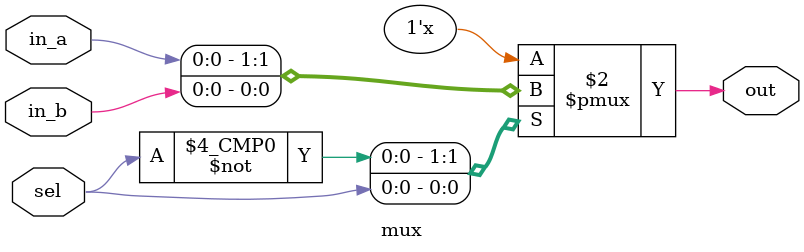
<source format=v>
module mux(in_a, in_b, sel, out);
    input in_a, in_b;
    input sel;
    output out;
    reg out;
    

    always @(in_a or in_b or sel)
    begin
        case (sel)
            1'b0: out = in_a;
            1'b1: out = in_b;
        endcase
    end
endmodule

</source>
